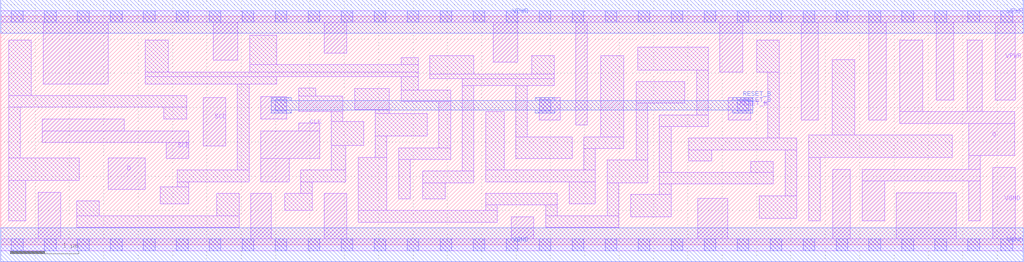
<source format=lef>
# Copyright 2020 The SkyWater PDK Authors
#
# Licensed under the Apache License, Version 2.0 (the "License");
# you may not use this file except in compliance with the License.
# You may obtain a copy of the License at
#
#     https://www.apache.org/licenses/LICENSE-2.0
#
# Unless required by applicable law or agreed to in writing, software
# distributed under the License is distributed on an "AS IS" BASIS,
# WITHOUT WARRANTIES OR CONDITIONS OF ANY KIND, either express or implied.
# See the License for the specific language governing permissions and
# limitations under the License.
#
# SPDX-License-Identifier: Apache-2.0

VERSION 5.7 ;
  NAMESCASESENSITIVE ON ;
  NOWIREEXTENSIONATPIN ON ;
  DIVIDERCHAR "/" ;
  BUSBITCHARS "[]" ;
UNITS
  DATABASE MICRONS 200 ;
END UNITS
MACRO sky130_fd_sc_ms__sdfrtp_4
  CLASS CORE ;
  SOURCE USER ;
  FOREIGN sky130_fd_sc_ms__sdfrtp_4 ;
  ORIGIN  0.000000  0.000000 ;
  SIZE  14.88000 BY  3.330000 ;
  SYMMETRY X Y R90 ;
  SITE unit ;
  PIN D
    ANTENNAGATEAREA  0.178200 ;
    DIRECTION INPUT ;
    USE SIGNAL ;
    PORT
      LAYER li1 ;
        RECT 1.565000 0.810000 2.100000 1.265000 ;
    END
  END D
  PIN Q
    ANTENNADIFFAREA  1.019200 ;
    DIRECTION OUTPUT ;
    USE SIGNAL ;
    PORT
      LAYER li1 ;
        RECT 12.535000 0.350000 12.865000 0.930000 ;
        RECT 12.535000 0.930000 14.255000 1.100000 ;
        RECT 13.085000 1.770000 14.755000 1.940000 ;
        RECT 13.085000 1.940000 13.415000 2.980000 ;
        RECT 14.065000 1.940000 14.280000 2.980000 ;
        RECT 14.085000 0.350000 14.255000 0.930000 ;
        RECT 14.085000 1.100000 14.255000 1.300000 ;
        RECT 14.085000 1.300000 14.755000 1.770000 ;
    END
  END Q
  PIN RESET_B
    ANTENNAGATEAREA  0.455400 ;
    DIRECTION INPUT ;
    USE SIGNAL ;
    PORT
      LAYER li1 ;
        RECT  3.785000 1.830000  4.165000 2.160000 ;
        RECT  7.835000 1.820000  8.145000 2.150000 ;
        RECT 10.585000 1.820000 10.915000 2.150000 ;
      LAYER mcon ;
        RECT  3.995000 1.950000  4.165000 2.120000 ;
        RECT  7.835000 1.950000  8.005000 2.120000 ;
        RECT 10.715000 1.950000 10.885000 2.120000 ;
      LAYER met1 ;
        RECT  3.935000 1.920000  4.225000 1.965000 ;
        RECT  3.935000 1.965000 10.945000 2.105000 ;
        RECT  3.935000 2.105000  4.225000 2.150000 ;
        RECT  7.775000 1.920000  8.065000 1.965000 ;
        RECT  7.775000 2.105000  8.065000 2.150000 ;
        RECT 10.655000 1.920000 10.945000 1.965000 ;
        RECT 10.655000 2.105000 10.945000 2.150000 ;
    END
  END RESET_B
  PIN SCD
    ANTENNAGATEAREA  0.178200 ;
    DIRECTION INPUT ;
    USE SIGNAL ;
    PORT
      LAYER li1 ;
        RECT 2.945000 1.440000 3.275000 2.150000 ;
    END
  END SCD
  PIN SCE
    ANTENNAGATEAREA  0.356400 ;
    DIRECTION INPUT ;
    USE SIGNAL ;
    PORT
      LAYER li1 ;
        RECT 0.605000 1.490000 2.735000 1.660000 ;
        RECT 0.605000 1.660000 1.795000 1.835000 ;
        RECT 2.405000 1.260000 2.735000 1.490000 ;
    END
  END SCE
  PIN CLK
    ANTENNAGATEAREA  0.312600 ;
    DIRECTION INPUT ;
    USE CLOCK ;
    PORT
      LAYER li1 ;
        RECT 3.785000 0.920000 4.195000 1.260000 ;
        RECT 3.785000 1.260000 4.640000 1.660000 ;
        RECT 4.335000 1.660000 4.640000 1.775000 ;
    END
  END CLK
  PIN VGND
    DIRECTION INOUT ;
    USE GROUND ;
    PORT
      LAYER li1 ;
        RECT  0.000000 -0.085000 14.880000 0.085000 ;
        RECT  0.545000  0.085000  0.875000 0.765000 ;
        RECT  3.640000  0.085000  3.940000 0.750000 ;
        RECT  4.705000  0.085000  5.035000 0.750000 ;
        RECT  7.430000  0.085000  7.760000 0.410000 ;
        RECT 10.140000  0.085000 10.580000 0.680000 ;
        RECT 12.105000  0.085000 12.365000 1.100000 ;
        RECT 13.035000  0.085000 13.905000 0.760000 ;
        RECT 14.435000  0.085000 14.765000 1.130000 ;
      LAYER mcon ;
        RECT  0.155000 -0.085000  0.325000 0.085000 ;
        RECT  0.635000 -0.085000  0.805000 0.085000 ;
        RECT  1.115000 -0.085000  1.285000 0.085000 ;
        RECT  1.595000 -0.085000  1.765000 0.085000 ;
        RECT  2.075000 -0.085000  2.245000 0.085000 ;
        RECT  2.555000 -0.085000  2.725000 0.085000 ;
        RECT  3.035000 -0.085000  3.205000 0.085000 ;
        RECT  3.515000 -0.085000  3.685000 0.085000 ;
        RECT  3.995000 -0.085000  4.165000 0.085000 ;
        RECT  4.475000 -0.085000  4.645000 0.085000 ;
        RECT  4.955000 -0.085000  5.125000 0.085000 ;
        RECT  5.435000 -0.085000  5.605000 0.085000 ;
        RECT  5.915000 -0.085000  6.085000 0.085000 ;
        RECT  6.395000 -0.085000  6.565000 0.085000 ;
        RECT  6.875000 -0.085000  7.045000 0.085000 ;
        RECT  7.355000 -0.085000  7.525000 0.085000 ;
        RECT  7.835000 -0.085000  8.005000 0.085000 ;
        RECT  8.315000 -0.085000  8.485000 0.085000 ;
        RECT  8.795000 -0.085000  8.965000 0.085000 ;
        RECT  9.275000 -0.085000  9.445000 0.085000 ;
        RECT  9.755000 -0.085000  9.925000 0.085000 ;
        RECT 10.235000 -0.085000 10.405000 0.085000 ;
        RECT 10.715000 -0.085000 10.885000 0.085000 ;
        RECT 11.195000 -0.085000 11.365000 0.085000 ;
        RECT 11.675000 -0.085000 11.845000 0.085000 ;
        RECT 12.155000 -0.085000 12.325000 0.085000 ;
        RECT 12.635000 -0.085000 12.805000 0.085000 ;
        RECT 13.115000 -0.085000 13.285000 0.085000 ;
        RECT 13.595000 -0.085000 13.765000 0.085000 ;
        RECT 14.075000 -0.085000 14.245000 0.085000 ;
        RECT 14.555000 -0.085000 14.725000 0.085000 ;
      LAYER met1 ;
        RECT 0.000000 -0.245000 14.880000 0.245000 ;
    END
  END VGND
  PIN VPWR
    DIRECTION INOUT ;
    USE POWER ;
    PORT
      LAYER li1 ;
        RECT  0.000000 3.245000 14.880000 3.415000 ;
        RECT  0.615000 2.345000  1.565000 3.245000 ;
        RECT  3.095000 2.690000  3.450000 3.245000 ;
        RECT  4.705000 2.795000  5.035000 3.245000 ;
        RECT  7.170000 2.660000  7.520000 3.245000 ;
        RECT  8.365000 1.745000  8.535000 3.245000 ;
        RECT 10.465000 2.520000 10.795000 3.245000 ;
        RECT 11.650000 1.820000 11.900000 3.245000 ;
        RECT 12.635000 1.820000 12.885000 3.245000 ;
        RECT 13.615000 2.110000 13.865000 3.245000 ;
        RECT 14.470000 2.110000 14.765000 3.245000 ;
      LAYER mcon ;
        RECT  0.155000 3.245000  0.325000 3.415000 ;
        RECT  0.635000 3.245000  0.805000 3.415000 ;
        RECT  1.115000 3.245000  1.285000 3.415000 ;
        RECT  1.595000 3.245000  1.765000 3.415000 ;
        RECT  2.075000 3.245000  2.245000 3.415000 ;
        RECT  2.555000 3.245000  2.725000 3.415000 ;
        RECT  3.035000 3.245000  3.205000 3.415000 ;
        RECT  3.515000 3.245000  3.685000 3.415000 ;
        RECT  3.995000 3.245000  4.165000 3.415000 ;
        RECT  4.475000 3.245000  4.645000 3.415000 ;
        RECT  4.955000 3.245000  5.125000 3.415000 ;
        RECT  5.435000 3.245000  5.605000 3.415000 ;
        RECT  5.915000 3.245000  6.085000 3.415000 ;
        RECT  6.395000 3.245000  6.565000 3.415000 ;
        RECT  6.875000 3.245000  7.045000 3.415000 ;
        RECT  7.355000 3.245000  7.525000 3.415000 ;
        RECT  7.835000 3.245000  8.005000 3.415000 ;
        RECT  8.315000 3.245000  8.485000 3.415000 ;
        RECT  8.795000 3.245000  8.965000 3.415000 ;
        RECT  9.275000 3.245000  9.445000 3.415000 ;
        RECT  9.755000 3.245000  9.925000 3.415000 ;
        RECT 10.235000 3.245000 10.405000 3.415000 ;
        RECT 10.715000 3.245000 10.885000 3.415000 ;
        RECT 11.195000 3.245000 11.365000 3.415000 ;
        RECT 11.675000 3.245000 11.845000 3.415000 ;
        RECT 12.155000 3.245000 12.325000 3.415000 ;
        RECT 12.635000 3.245000 12.805000 3.415000 ;
        RECT 13.115000 3.245000 13.285000 3.415000 ;
        RECT 13.595000 3.245000 13.765000 3.415000 ;
        RECT 14.075000 3.245000 14.245000 3.415000 ;
        RECT 14.555000 3.245000 14.725000 3.415000 ;
      LAYER met1 ;
        RECT 0.000000 3.085000 14.880000 3.575000 ;
    END
  END VPWR
  OBS
    LAYER li1 ;
      RECT  0.115000 0.350000  0.365000 0.935000 ;
      RECT  0.115000 0.935000  1.140000 1.265000 ;
      RECT  0.115000 1.265000  0.285000 2.005000 ;
      RECT  0.115000 2.005000  2.705000 2.175000 ;
      RECT  0.115000 2.175000  0.445000 2.980000 ;
      RECT  1.105000 0.255000  3.470000 0.425000 ;
      RECT  1.105000 0.425000  1.435000 0.640000 ;
      RECT  2.105000 2.345000  4.020000 2.455000 ;
      RECT  2.105000 2.455000  6.075000 2.515000 ;
      RECT  2.105000 2.515000  2.435000 2.980000 ;
      RECT  2.320000 0.595000  2.735000 0.845000 ;
      RECT  2.375000 1.830000  2.705000 2.005000 ;
      RECT  2.565000 0.845000  2.735000 0.920000 ;
      RECT  2.565000 0.920000  3.615000 1.090000 ;
      RECT  3.140000 0.425000  3.470000 0.750000 ;
      RECT  3.445000 1.090000  3.615000 2.345000 ;
      RECT  3.620000 2.515000  6.075000 2.625000 ;
      RECT  3.620000 2.625000  4.020000 3.055000 ;
      RECT  4.135000 0.500000  4.535000 0.750000 ;
      RECT  4.335000 1.945000  4.980000 2.170000 ;
      RECT  4.335000 2.170000  4.585000 2.285000 ;
      RECT  4.365000 0.750000  4.535000 0.920000 ;
      RECT  4.365000 0.920000  5.020000 1.090000 ;
      RECT  4.810000 1.090000  5.020000 1.445000 ;
      RECT  4.810000 1.445000  5.280000 1.800000 ;
      RECT  4.810000 1.800000  4.980000 1.945000 ;
      RECT  5.155000 1.970000  5.655000 2.275000 ;
      RECT  5.205000 0.330000  7.225000 0.500000 ;
      RECT  5.205000 0.500000  5.620000 1.275000 ;
      RECT  5.450000 1.275000  5.620000 1.585000 ;
      RECT  5.450000 1.585000  6.205000 1.915000 ;
      RECT  5.450000 1.915000  5.655000 1.970000 ;
      RECT  5.790000 0.670000  5.960000 1.245000 ;
      RECT  5.790000 1.245000  6.545000 1.415000 ;
      RECT  5.825000 2.085000  6.545000 2.255000 ;
      RECT  5.825000 2.255000  6.075000 2.455000 ;
      RECT  5.825000 2.625000  6.075000 2.725000 ;
      RECT  6.140000 0.670000  6.470000 0.905000 ;
      RECT  6.140000 0.905000  6.885000 1.075000 ;
      RECT  6.245000 2.425000  8.055000 2.490000 ;
      RECT  6.245000 2.490000  6.885000 2.755000 ;
      RECT  6.375000 1.415000  6.545000 2.085000 ;
      RECT  6.715000 1.075000  6.885000 2.320000 ;
      RECT  6.715000 2.320000  8.055000 2.425000 ;
      RECT  7.055000 0.500000  7.225000 0.580000 ;
      RECT  7.055000 0.580000  8.100000 0.750000 ;
      RECT  7.055000 0.920000  8.655000 1.090000 ;
      RECT  7.055000 1.090000  7.325000 1.945000 ;
      RECT  7.495000 1.260000  8.315000 1.575000 ;
      RECT  7.495000 1.575000  7.665000 2.320000 ;
      RECT  7.725000 2.490000  8.055000 2.755000 ;
      RECT  7.930000 0.255000  8.995000 0.425000 ;
      RECT  7.930000 0.425000  8.100000 0.580000 ;
      RECT  8.270000 0.595000  8.655000 0.920000 ;
      RECT  8.485000 1.090000  8.655000 1.405000 ;
      RECT  8.485000 1.405000  9.065000 1.575000 ;
      RECT  8.735000 1.575000  9.065000 2.755000 ;
      RECT  8.825000 0.425000  8.995000 0.905000 ;
      RECT  8.825000 0.905000  9.415000 1.235000 ;
      RECT  9.165000 0.405000  9.755000 0.735000 ;
      RECT  9.245000 1.235000  9.415000 2.065000 ;
      RECT  9.245000 2.065000  9.955000 2.380000 ;
      RECT  9.270000 2.550000 10.295000 2.880000 ;
      RECT  9.585000 0.735000  9.755000 0.885000 ;
      RECT  9.585000 0.885000 11.245000 1.055000 ;
      RECT  9.585000 1.055000  9.755000 1.725000 ;
      RECT  9.585000 1.725000 10.295000 1.895000 ;
      RECT 10.015000 1.225000 10.345000 1.385000 ;
      RECT 10.015000 1.385000 11.585000 1.555000 ;
      RECT 10.125000 1.895000 10.295000 2.550000 ;
      RECT 10.915000 1.055000 11.245000 1.215000 ;
      RECT 11.000000 2.520000 11.330000 2.980000 ;
      RECT 11.040000 0.385000 11.585000 0.715000 ;
      RECT 11.160000 1.555000 11.330000 2.520000 ;
      RECT 11.415000 0.715000 11.585000 1.385000 ;
      RECT 11.755000 0.350000 11.925000 1.270000 ;
      RECT 11.755000 1.270000 13.850000 1.600000 ;
      RECT 12.100000 1.600000 12.430000 2.700000 ;
  END
END sky130_fd_sc_ms__sdfrtp_4

</source>
